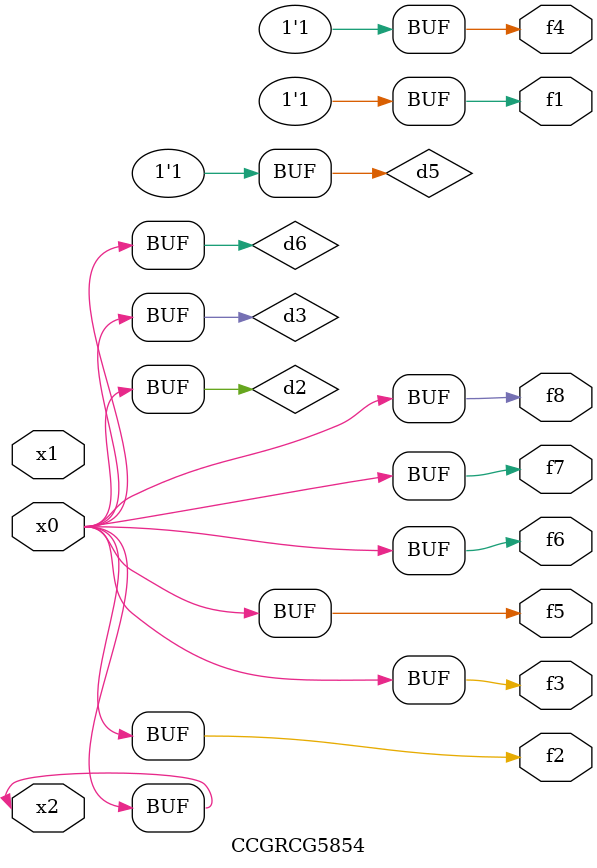
<source format=v>
module CCGRCG5854(
	input x0, x1, x2,
	output f1, f2, f3, f4, f5, f6, f7, f8
);

	wire d1, d2, d3, d4, d5, d6;

	xnor (d1, x2);
	buf (d2, x0, x2);
	and (d3, x0);
	xnor (d4, x1, x2);
	nand (d5, d1, d3);
	buf (d6, d2, d3);
	assign f1 = d5;
	assign f2 = d6;
	assign f3 = d6;
	assign f4 = d5;
	assign f5 = d6;
	assign f6 = d6;
	assign f7 = d6;
	assign f8 = d6;
endmodule

</source>
